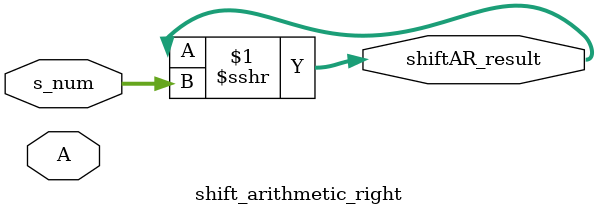
<source format=v>
module shift_arithmetic_right(input signed [31:0] A,
                   input [31:0] s_num,
                   output [31:0] shiftAR_result);

    assign shiftAR_result[31:0] = shiftAR_result >>> s_num;         //shifts right n amount of times
endmodule
</source>
